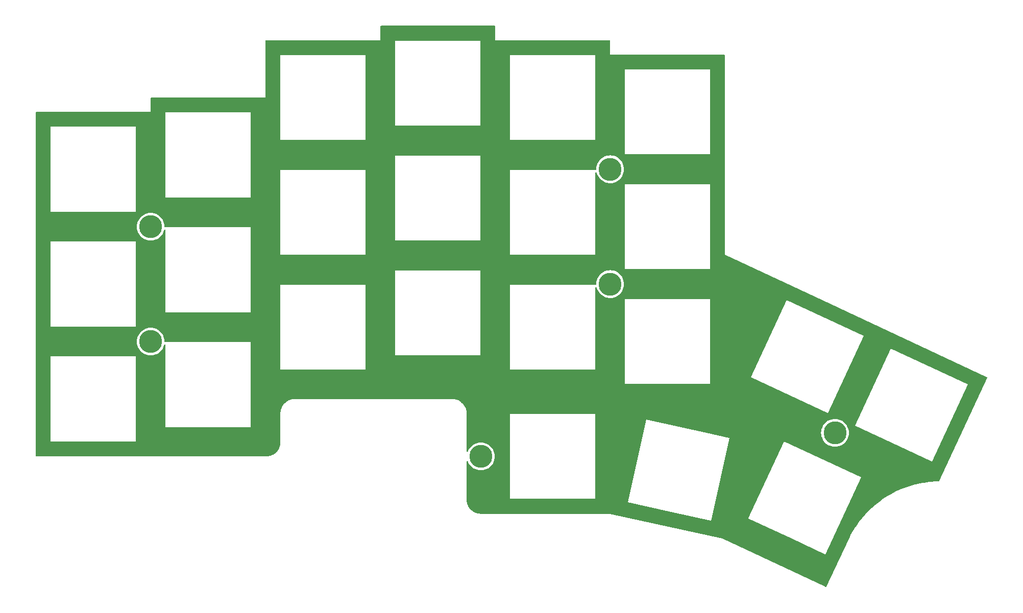
<source format=gbr>
%TF.GenerationSoftware,KiCad,Pcbnew,7.0.5*%
%TF.CreationDate,2024-03-19T14:27:57+08:00*%
%TF.ProjectId,J-50x,4a2d3530-782e-46b6-9963-61645f706362,rev?*%
%TF.SameCoordinates,Original*%
%TF.FileFunction,Copper,L1,Top*%
%TF.FilePolarity,Positive*%
%FSLAX46Y46*%
G04 Gerber Fmt 4.6, Leading zero omitted, Abs format (unit mm)*
G04 Created by KiCad (PCBNEW 7.0.5) date 2024-03-19 14:27:57*
%MOMM*%
%LPD*%
G01*
G04 APERTURE LIST*
%TA.AperFunction,ComponentPad*%
%ADD10C,3.800000*%
%TD*%
G04 APERTURE END LIST*
D10*
%TO.P,H15,1*%
%TO.N,N/C*%
X129770000Y-107945000D03*
%TD*%
%TO.P,H14,1*%
%TO.N,N/C*%
X129770000Y-88895000D03*
%TD*%
%TO.P,H13,1*%
%TO.N,N/C*%
X167066000Y-132611000D03*
%TD*%
%TO.P,H10,1*%
%TO.N,N/C*%
X53570000Y-117470000D03*
%TD*%
%TO.P,H9,1*%
%TO.N,N/C*%
X53570000Y-98420000D03*
%TD*%
%TO.P,H7,1*%
%TO.N,N/C*%
X108339000Y-136520000D03*
%TD*%
%TA.AperFunction,NonConductor*%
G36*
X110662539Y-65102185D02*
G01*
X110708294Y-65154989D01*
X110719500Y-65206500D01*
X110719500Y-67439467D01*
X110719416Y-67439889D01*
X110719459Y-67464001D01*
X110719544Y-67464206D01*
X110719616Y-67464382D01*
X110719618Y-67464384D01*
X110719808Y-67464462D01*
X110720000Y-67464541D01*
X110720002Y-67464539D01*
X110744616Y-67464524D01*
X110744616Y-67464528D01*
X110744760Y-67464500D01*
X129645500Y-67464500D01*
X129712539Y-67484185D01*
X129758294Y-67536989D01*
X129769500Y-67588500D01*
X129769500Y-69820467D01*
X129769416Y-69820889D01*
X129769459Y-69845001D01*
X129769544Y-69845206D01*
X129769616Y-69845382D01*
X129769618Y-69845384D01*
X129769808Y-69845462D01*
X129770000Y-69845541D01*
X129770002Y-69845539D01*
X129794616Y-69845524D01*
X129794616Y-69845528D01*
X129794760Y-69845500D01*
X148695500Y-69845500D01*
X148762539Y-69865185D01*
X148808294Y-69917989D01*
X148819500Y-69969500D01*
X148819500Y-103078568D01*
X148819464Y-103080113D01*
X148819531Y-103080298D01*
X148819673Y-103080439D01*
X148821112Y-103081069D01*
X164955764Y-110606440D01*
X192268279Y-123345282D01*
X192320715Y-123391459D01*
X192339861Y-123458654D01*
X192328241Y-123510079D01*
X184362998Y-140585971D01*
X184316819Y-140638404D01*
X184252089Y-140657543D01*
X183936205Y-140661281D01*
X183936169Y-140661282D01*
X183484396Y-140687821D01*
X183483014Y-140687887D01*
X183418802Y-140690222D01*
X183412240Y-140692060D01*
X183149078Y-140707520D01*
X182657415Y-140759570D01*
X182656160Y-140759690D01*
X182613956Y-140763292D01*
X182610058Y-140764584D01*
X182365031Y-140790524D01*
X182365023Y-140790525D01*
X182365014Y-140790526D01*
X182365002Y-140790527D01*
X182364978Y-140790531D01*
X181828880Y-140872799D01*
X181813519Y-140874869D01*
X181812278Y-140875347D01*
X181585679Y-140910120D01*
X180812823Y-141066034D01*
X180812788Y-141066042D01*
X180048083Y-141257936D01*
X180048060Y-141257942D01*
X179293125Y-141485412D01*
X178549684Y-141747938D01*
X177819324Y-142044961D01*
X177819305Y-142044969D01*
X177103641Y-142375831D01*
X177103600Y-142375851D01*
X176404240Y-142739807D01*
X175722632Y-143136102D01*
X175722614Y-143136113D01*
X175060281Y-143563866D01*
X175060274Y-143563871D01*
X174418681Y-144022136D01*
X173799232Y-144509909D01*
X173203264Y-145026139D01*
X173203222Y-145026178D01*
X172632103Y-145569675D01*
X172632102Y-145569676D01*
X172087003Y-146139327D01*
X171569114Y-146733892D01*
X171079661Y-147351965D01*
X171079614Y-147352027D01*
X170619632Y-147992289D01*
X170619597Y-147992339D01*
X170494710Y-148184550D01*
X170493936Y-148185213D01*
X170485593Y-148198584D01*
X170190036Y-148653469D01*
X170065590Y-148866159D01*
X170063278Y-148868337D01*
X170042150Y-148906194D01*
X170041524Y-148907289D01*
X169791861Y-149333986D01*
X169669527Y-149567483D01*
X169665851Y-149571287D01*
X169636562Y-149630370D01*
X169635932Y-149631606D01*
X169425962Y-150032374D01*
X169425942Y-150032414D01*
X169259573Y-150389730D01*
X169259574Y-150389731D01*
X169259547Y-150389789D01*
X169259351Y-150390211D01*
X169259307Y-150390305D01*
X165686192Y-158104990D01*
X165640155Y-158157549D01*
X165573011Y-158176875D01*
X165521261Y-158165255D01*
X165392047Y-158104990D01*
X161449478Y-156266186D01*
X148379941Y-150170588D01*
X148378052Y-150169501D01*
X148370193Y-150166032D01*
X148370009Y-150165989D01*
X148362664Y-150164164D01*
X148360179Y-150163823D01*
X137119756Y-147672751D01*
X129770814Y-146044098D01*
X129770812Y-146044098D01*
X129764113Y-146043947D01*
X129757752Y-146044500D01*
X108339878Y-146044500D01*
X108336133Y-146044387D01*
X108239002Y-146038511D01*
X108118394Y-146030606D01*
X108046582Y-146025899D01*
X108039456Y-146025015D01*
X107908607Y-146001036D01*
X107752034Y-145969892D01*
X107745679Y-145968275D01*
X107612940Y-145926911D01*
X107611456Y-145926428D01*
X107466894Y-145877356D01*
X107461375Y-145875183D01*
X107332199Y-145817046D01*
X107330222Y-145816114D01*
X107195625Y-145749738D01*
X107190970Y-145747190D01*
X107068665Y-145673253D01*
X107066294Y-145671746D01*
X106942531Y-145589049D01*
X106938738Y-145586303D01*
X106825745Y-145497779D01*
X106823102Y-145495587D01*
X106711573Y-145397779D01*
X106708612Y-145395005D01*
X106606993Y-145293386D01*
X106604219Y-145290425D01*
X106506411Y-145178896D01*
X106504219Y-145176253D01*
X106415695Y-145063260D01*
X106412949Y-145059467D01*
X106375361Y-145003213D01*
X106330238Y-144935682D01*
X106328745Y-144933333D01*
X106307562Y-144898292D01*
X106254801Y-144811015D01*
X106252260Y-144806373D01*
X106185884Y-144671776D01*
X106184952Y-144669799D01*
X106126815Y-144540623D01*
X106124647Y-144535118D01*
X106075553Y-144390492D01*
X106075087Y-144389058D01*
X106033717Y-144256298D01*
X106032111Y-144249984D01*
X106015036Y-144164146D01*
X132721829Y-144164146D01*
X132721900Y-144164551D01*
X132721901Y-144164553D01*
X132722241Y-144164790D01*
X132722242Y-144164789D01*
X132731769Y-144166861D01*
X139526668Y-145673253D01*
X146463811Y-147211180D01*
X146464316Y-147211403D01*
X146485787Y-147216100D01*
X146487775Y-147216630D01*
X146487971Y-147216595D01*
X146488014Y-147216587D01*
X146488015Y-147216588D01*
X146488119Y-147216569D01*
X146488120Y-147216570D01*
X146488423Y-147216517D01*
X146488660Y-147216177D01*
X146488659Y-147216175D01*
X146491306Y-147204050D01*
X146577013Y-146817453D01*
X146578111Y-146812501D01*
X152663961Y-146812501D01*
X152663962Y-146812503D01*
X152664242Y-146812808D01*
X152664243Y-146812808D01*
X152674267Y-146817436D01*
X159855467Y-150166086D01*
X165420999Y-152761337D01*
X165421667Y-152761825D01*
X165423200Y-152762530D01*
X165424528Y-152763454D01*
X165440956Y-152770702D01*
X165443180Y-152771725D01*
X165443181Y-152771725D01*
X165443182Y-152771726D01*
X165443231Y-152771727D01*
X165443288Y-152771730D01*
X165443289Y-152771731D01*
X165443596Y-152771745D01*
X165443822Y-152771537D01*
X165443822Y-152771536D01*
X165443901Y-152771464D01*
X165443901Y-152771462D01*
X165453527Y-152750721D01*
X171396812Y-140005309D01*
X171402816Y-139992526D01*
X171402819Y-139992524D01*
X171402838Y-139992111D01*
X171402630Y-139991885D01*
X171402629Y-139991884D01*
X171402557Y-139991806D01*
X171402556Y-139991805D01*
X171380442Y-139981501D01*
X171380273Y-139981459D01*
X158645859Y-134043303D01*
X158645713Y-134043196D01*
X158623616Y-134032887D01*
X158623453Y-134032879D01*
X158623205Y-134032868D01*
X158623203Y-134032869D01*
X158622898Y-134033149D01*
X158612617Y-134055147D01*
X158612541Y-134055458D01*
X152674196Y-146790276D01*
X152673817Y-146790798D01*
X152663980Y-146812088D01*
X152663962Y-146812488D01*
X152663961Y-146812501D01*
X146578111Y-146812501D01*
X149538325Y-133459834D01*
X149540456Y-133450405D01*
X149540458Y-133450403D01*
X149540387Y-133449995D01*
X149540386Y-133449994D01*
X149540386Y-133449993D01*
X149540383Y-133449989D01*
X149540048Y-133449758D01*
X149516335Y-133444531D01*
X149516339Y-133444510D01*
X149516161Y-133444503D01*
X145756471Y-132611000D01*
X164760564Y-132611000D01*
X164780287Y-132911918D01*
X164780288Y-132911930D01*
X164839118Y-133207683D01*
X164839122Y-133207698D01*
X164936053Y-133493247D01*
X164936062Y-133493268D01*
X165069431Y-133763713D01*
X165069435Y-133763720D01*
X165236973Y-134014459D01*
X165435810Y-134241189D01*
X165662540Y-134440026D01*
X165913279Y-134607564D01*
X165913286Y-134607568D01*
X166183731Y-134740937D01*
X166183736Y-134740939D01*
X166183748Y-134740945D01*
X166469309Y-134837880D01*
X166669251Y-134877651D01*
X166765069Y-134896711D01*
X166765070Y-134896711D01*
X166765080Y-134896713D01*
X167066000Y-134916436D01*
X167366920Y-134896713D01*
X167662691Y-134837880D01*
X167948252Y-134740945D01*
X168218718Y-134607566D01*
X168469461Y-134440025D01*
X168696189Y-134241189D01*
X168895025Y-134014461D01*
X169062566Y-133763718D01*
X169195945Y-133493252D01*
X169292880Y-133207691D01*
X169351713Y-132911920D01*
X169371436Y-132611000D01*
X169351713Y-132310080D01*
X169292880Y-132014309D01*
X169195945Y-131728748D01*
X169164275Y-131664528D01*
X169062568Y-131458286D01*
X169062564Y-131458279D01*
X169033508Y-131414794D01*
X170353868Y-131414794D01*
X170353869Y-131414796D01*
X170354149Y-131415101D01*
X170354150Y-131415101D01*
X170364174Y-131419729D01*
X177694422Y-134837881D01*
X183110906Y-137363630D01*
X183111574Y-137364118D01*
X183113107Y-137364823D01*
X183114435Y-137365747D01*
X183130863Y-137372995D01*
X183133087Y-137374018D01*
X183133088Y-137374018D01*
X183133089Y-137374019D01*
X183133138Y-137374020D01*
X183133195Y-137374023D01*
X183133196Y-137374024D01*
X183133503Y-137374038D01*
X183133729Y-137373830D01*
X183133729Y-137373829D01*
X183133808Y-137373757D01*
X183133808Y-137373755D01*
X183143434Y-137353014D01*
X189086719Y-124607602D01*
X189092723Y-124594819D01*
X189092726Y-124594817D01*
X189092745Y-124594404D01*
X189092537Y-124594178D01*
X189092536Y-124594177D01*
X189092464Y-124594099D01*
X189092463Y-124594098D01*
X189070349Y-124583794D01*
X189070180Y-124583752D01*
X176335766Y-118645596D01*
X176335620Y-118645489D01*
X176313523Y-118635180D01*
X176313360Y-118635172D01*
X176313112Y-118635161D01*
X176313110Y-118635162D01*
X176312805Y-118635442D01*
X176302524Y-118657440D01*
X176302448Y-118657751D01*
X170364103Y-131392569D01*
X170363724Y-131393091D01*
X170353887Y-131414381D01*
X170353869Y-131414781D01*
X170353868Y-131414794D01*
X169033508Y-131414794D01*
X168895026Y-131207540D01*
X168696189Y-130980810D01*
X168469459Y-130781973D01*
X168218720Y-130614435D01*
X168218713Y-130614431D01*
X167948268Y-130481062D01*
X167948247Y-130481053D01*
X167662698Y-130384122D01*
X167662692Y-130384120D01*
X167662691Y-130384120D01*
X167662689Y-130384119D01*
X167662683Y-130384118D01*
X167366930Y-130325288D01*
X167366921Y-130325287D01*
X167366920Y-130325287D01*
X167066000Y-130305564D01*
X166765080Y-130325287D01*
X166765079Y-130325287D01*
X166765069Y-130325288D01*
X166469316Y-130384118D01*
X166469301Y-130384122D01*
X166183752Y-130481053D01*
X166183731Y-130481062D01*
X165913286Y-130614431D01*
X165913279Y-130614435D01*
X165662540Y-130781973D01*
X165435810Y-130980810D01*
X165236973Y-131207540D01*
X165069435Y-131458279D01*
X165069431Y-131458286D01*
X164936062Y-131728731D01*
X164936053Y-131728752D01*
X164839122Y-132014301D01*
X164839118Y-132014316D01*
X164780288Y-132310069D01*
X164780287Y-132310081D01*
X164760564Y-132611000D01*
X145756471Y-132611000D01*
X135798332Y-130403334D01*
X135798149Y-130403261D01*
X135798143Y-130403290D01*
X135774272Y-130397959D01*
X135774232Y-130397966D01*
X135773866Y-130398030D01*
X135773864Y-130398031D01*
X135773627Y-130398372D01*
X135768357Y-130422085D01*
X135768351Y-130422356D01*
X132727129Y-144140425D01*
X132726947Y-144140842D01*
X132721829Y-144164146D01*
X106015036Y-144164146D01*
X106000968Y-144093424D01*
X105976981Y-143962533D01*
X105976102Y-143955441D01*
X105963493Y-143763081D01*
X105957611Y-143665835D01*
X105957499Y-143662156D01*
X105957498Y-143545889D01*
X113194416Y-143545889D01*
X113194459Y-143570001D01*
X113194544Y-143570206D01*
X113194616Y-143570382D01*
X113194618Y-143570384D01*
X113194808Y-143570462D01*
X113195000Y-143570541D01*
X113195002Y-143570539D01*
X113219616Y-143570524D01*
X113219616Y-143570528D01*
X113219760Y-143570500D01*
X127270240Y-143570500D01*
X127270383Y-143570528D01*
X127270384Y-143570524D01*
X127294997Y-143570539D01*
X127295000Y-143570541D01*
X127295383Y-143570383D01*
X127295500Y-143570099D01*
X127295541Y-143570000D01*
X127295540Y-143569997D01*
X127295583Y-143545889D01*
X127295500Y-143545467D01*
X127295500Y-129494759D01*
X127295528Y-129494616D01*
X127295524Y-129494616D01*
X127295539Y-129470002D01*
X127295541Y-129470000D01*
X127295462Y-129469808D01*
X127295384Y-129469618D01*
X127295383Y-129469617D01*
X127295381Y-129469616D01*
X127295090Y-129469496D01*
X127295001Y-129469459D01*
X127270446Y-129469459D01*
X127270240Y-129469500D01*
X113219760Y-129469500D01*
X113219554Y-129469459D01*
X113194998Y-129469459D01*
X113194909Y-129469496D01*
X113194619Y-129469615D01*
X113194615Y-129469618D01*
X113194459Y-129469999D01*
X113194476Y-129494616D01*
X113194471Y-129494616D01*
X113194500Y-129494759D01*
X113194500Y-143545467D01*
X113194416Y-143545889D01*
X105957498Y-143545889D01*
X105957458Y-137412126D01*
X105977142Y-137345089D01*
X106029946Y-137299334D01*
X106099104Y-137289390D01*
X106162660Y-137318415D01*
X106198876Y-137372267D01*
X106209055Y-137402252D01*
X106209058Y-137402259D01*
X106209062Y-137402268D01*
X106342431Y-137672713D01*
X106342435Y-137672720D01*
X106509973Y-137923459D01*
X106708810Y-138150189D01*
X106935540Y-138349026D01*
X107186279Y-138516564D01*
X107186286Y-138516568D01*
X107456731Y-138649937D01*
X107456736Y-138649939D01*
X107456748Y-138649945D01*
X107742309Y-138746880D01*
X107942251Y-138786651D01*
X108038069Y-138805711D01*
X108038070Y-138805711D01*
X108038080Y-138805713D01*
X108339000Y-138825436D01*
X108639920Y-138805713D01*
X108935691Y-138746880D01*
X109221252Y-138649945D01*
X109491718Y-138516566D01*
X109742461Y-138349025D01*
X109969189Y-138150189D01*
X110168025Y-137923461D01*
X110335566Y-137672718D01*
X110468945Y-137402252D01*
X110565880Y-137116691D01*
X110624713Y-136820920D01*
X110644436Y-136520000D01*
X110624713Y-136219080D01*
X110565880Y-135923309D01*
X110468945Y-135637748D01*
X110464091Y-135627906D01*
X110335568Y-135367286D01*
X110335564Y-135367279D01*
X110168026Y-135116540D01*
X109969189Y-134889810D01*
X109742459Y-134690973D01*
X109491720Y-134523435D01*
X109491713Y-134523431D01*
X109221268Y-134390062D01*
X109221247Y-134390053D01*
X108935698Y-134293122D01*
X108935692Y-134293120D01*
X108935691Y-134293120D01*
X108935689Y-134293119D01*
X108935683Y-134293118D01*
X108639930Y-134234288D01*
X108639921Y-134234287D01*
X108639920Y-134234287D01*
X108339000Y-134214564D01*
X108338999Y-134214564D01*
X108188540Y-134224425D01*
X108038080Y-134234287D01*
X108038079Y-134234287D01*
X108038069Y-134234288D01*
X107742316Y-134293118D01*
X107742301Y-134293122D01*
X107456752Y-134390053D01*
X107456731Y-134390062D01*
X107186286Y-134523431D01*
X107186279Y-134523435D01*
X106935540Y-134690973D01*
X106708810Y-134889810D01*
X106509973Y-135116540D01*
X106342435Y-135367279D01*
X106342431Y-135367286D01*
X106209062Y-135637731D01*
X106209055Y-135637748D01*
X106203574Y-135653896D01*
X106198866Y-135667765D01*
X106158676Y-135724919D01*
X106093967Y-135751271D01*
X106025282Y-135738456D01*
X105974430Y-135690542D01*
X105957447Y-135627906D01*
X105957447Y-135610401D01*
X105957406Y-129428054D01*
X105957437Y-129427947D01*
X105957437Y-129397874D01*
X105958138Y-129395485D01*
X105957570Y-129386804D01*
X105957437Y-129382753D01*
X105957435Y-129232614D01*
X105957435Y-129232610D01*
X105957435Y-129232608D01*
X105936035Y-129056392D01*
X105935718Y-129052989D01*
X105930751Y-128977101D01*
X105924093Y-128958049D01*
X105922703Y-128946600D01*
X105871891Y-128740460D01*
X105871286Y-128737739D01*
X105859285Y-128677409D01*
X105855711Y-128670186D01*
X105854868Y-128670449D01*
X105853753Y-128666874D01*
X105853752Y-128666871D01*
X105853750Y-128666863D01*
X105761591Y-128423868D01*
X105760855Y-128421819D01*
X105753560Y-128400330D01*
X105751956Y-128398190D01*
X105751582Y-128397477D01*
X105617689Y-128142370D01*
X105617685Y-128142365D01*
X105617684Y-128142362D01*
X105615752Y-128139165D01*
X105615835Y-128139114D01*
X105613555Y-128135233D01*
X105610758Y-128132329D01*
X105483466Y-127947919D01*
X105483414Y-127947761D01*
X105482924Y-127947132D01*
X105454028Y-127905271D01*
X105454022Y-127905262D01*
X105441403Y-127891018D01*
X105438693Y-127887505D01*
X105437266Y-127886349D01*
X105288480Y-127718407D01*
X105288183Y-127717775D01*
X105285966Y-127715568D01*
X105262968Y-127689610D01*
X105237014Y-127666617D01*
X105235059Y-127664652D01*
X105234170Y-127664098D01*
X105155986Y-127594833D01*
X105066232Y-127515318D01*
X105065582Y-127514282D01*
X105061559Y-127511179D01*
X105047314Y-127498559D01*
X105005446Y-127469660D01*
X105004873Y-127469213D01*
X105004648Y-127469109D01*
X104820276Y-127341848D01*
X104820237Y-127341821D01*
X104818551Y-127339741D01*
X104813456Y-127336748D01*
X104813407Y-127336831D01*
X104810210Y-127334898D01*
X104750154Y-127303379D01*
X104750143Y-127303372D01*
X104586452Y-127217462D01*
X104555095Y-127201005D01*
X104555093Y-127201004D01*
X104554380Y-127200630D01*
X104552983Y-127199278D01*
X104530757Y-127191734D01*
X104528713Y-127190999D01*
X104422868Y-127150858D01*
X104285712Y-127098841D01*
X104282134Y-127097727D01*
X104282499Y-127096554D01*
X104277831Y-127093836D01*
X104214820Y-127081302D01*
X104212079Y-127080692D01*
X104095317Y-127051913D01*
X104005970Y-127029891D01*
X103994501Y-127028498D01*
X103979705Y-127022129D01*
X103899600Y-127016879D01*
X103896182Y-127016560D01*
X103719964Y-126995163D01*
X103719961Y-126995163D01*
X103576005Y-126995163D01*
X103570319Y-126995163D01*
X103566263Y-126995030D01*
X103561326Y-126994706D01*
X103558851Y-126995163D01*
X77488156Y-126995163D01*
X77487326Y-126994919D01*
X77485642Y-126995030D01*
X77481579Y-126995163D01*
X77463962Y-126995163D01*
X77463584Y-126995200D01*
X77331943Y-126995200D01*
X77155716Y-127016597D01*
X77152305Y-127016916D01*
X77076393Y-127021900D01*
X77057417Y-127028533D01*
X77045942Y-127029926D01*
X77045937Y-127029927D01*
X76839851Y-127080722D01*
X76837110Y-127081332D01*
X76776806Y-127093327D01*
X76769523Y-127096934D01*
X76769781Y-127097761D01*
X76766196Y-127098877D01*
X76523226Y-127191022D01*
X76521172Y-127191761D01*
X76499677Y-127199057D01*
X76497540Y-127200660D01*
X76301763Y-127303410D01*
X76301754Y-127303416D01*
X76241711Y-127334928D01*
X76238515Y-127336861D01*
X76238464Y-127336777D01*
X76234583Y-127339057D01*
X76231687Y-127341848D01*
X76047267Y-127469142D01*
X76047112Y-127469193D01*
X76046468Y-127469695D01*
X76004608Y-127498588D01*
X75990377Y-127511195D01*
X75986856Y-127513910D01*
X75985699Y-127515340D01*
X75817755Y-127664124D01*
X75817120Y-127664422D01*
X75814904Y-127666650D01*
X75788958Y-127689635D01*
X75765978Y-127715574D01*
X75764008Y-127717534D01*
X75763452Y-127718425D01*
X75692867Y-127798099D01*
X75614671Y-127886363D01*
X75613628Y-127887017D01*
X75610513Y-127891055D01*
X75597909Y-127905282D01*
X75597899Y-127905295D01*
X75569008Y-127947152D01*
X75568562Y-127947723D01*
X75568459Y-127947947D01*
X75441172Y-128132348D01*
X75439092Y-128134032D01*
X75436102Y-128139123D01*
X75436186Y-128139174D01*
X75434245Y-128142385D01*
X75402736Y-128202418D01*
X75402729Y-128202428D01*
X75299977Y-128398204D01*
X75298624Y-128399602D01*
X75291070Y-128421853D01*
X75290332Y-128423909D01*
X75198181Y-128666883D01*
X75197067Y-128670459D01*
X75195898Y-128670094D01*
X75193179Y-128674762D01*
X75180650Y-128737741D01*
X75180040Y-128740482D01*
X75129231Y-128946613D01*
X75127839Y-128958079D01*
X75121470Y-128972874D01*
X75116218Y-129052990D01*
X75115899Y-129056408D01*
X75094501Y-129232615D01*
X75094500Y-129376564D01*
X75094500Y-129382236D01*
X75094367Y-129386293D01*
X75094043Y-129391232D01*
X75094500Y-129393701D01*
X75094500Y-134137121D01*
X75094387Y-134140866D01*
X75088509Y-134238021D01*
X75084898Y-134293122D01*
X75075899Y-134430416D01*
X75075015Y-134437542D01*
X75051036Y-134568391D01*
X75019892Y-134724964D01*
X75018275Y-134731319D01*
X74976911Y-134864058D01*
X74976428Y-134865542D01*
X74927356Y-135010104D01*
X74925183Y-135015623D01*
X74867046Y-135144799D01*
X74866114Y-135146776D01*
X74799738Y-135281373D01*
X74797190Y-135286028D01*
X74723253Y-135408333D01*
X74721746Y-135410704D01*
X74639049Y-135534467D01*
X74636303Y-135538260D01*
X74547779Y-135651253D01*
X74545587Y-135653896D01*
X74447779Y-135765425D01*
X74445005Y-135768386D01*
X74343386Y-135870005D01*
X74340425Y-135872779D01*
X74228896Y-135970587D01*
X74226253Y-135972779D01*
X74113260Y-136061303D01*
X74109467Y-136064049D01*
X73985704Y-136146746D01*
X73983333Y-136148253D01*
X73861028Y-136222190D01*
X73856373Y-136224738D01*
X73721776Y-136291114D01*
X73719799Y-136292046D01*
X73590623Y-136350183D01*
X73585104Y-136352356D01*
X73440542Y-136401428D01*
X73439058Y-136401911D01*
X73306319Y-136443275D01*
X73299964Y-136444892D01*
X73143391Y-136476036D01*
X73012542Y-136500015D01*
X73005416Y-136500899D01*
X72897671Y-136507961D01*
X72813021Y-136513509D01*
X72715867Y-136519387D01*
X72712122Y-136519500D01*
X34644500Y-136519500D01*
X34577461Y-136499815D01*
X34531706Y-136447011D01*
X34520500Y-136395500D01*
X34520500Y-134020889D01*
X36994416Y-134020889D01*
X36994459Y-134045001D01*
X36994544Y-134045206D01*
X36994616Y-134045382D01*
X36994618Y-134045384D01*
X36994808Y-134045462D01*
X36995000Y-134045541D01*
X36995002Y-134045539D01*
X37019616Y-134045524D01*
X37019616Y-134045528D01*
X37019760Y-134045500D01*
X51070240Y-134045500D01*
X51070383Y-134045528D01*
X51070384Y-134045524D01*
X51094997Y-134045539D01*
X51095000Y-134045541D01*
X51095383Y-134045383D01*
X51095500Y-134045099D01*
X51095541Y-134045000D01*
X51095540Y-134044997D01*
X51095583Y-134020889D01*
X51095500Y-134020467D01*
X51095500Y-119969759D01*
X51095528Y-119969616D01*
X51095524Y-119969616D01*
X51095539Y-119945002D01*
X51095541Y-119945000D01*
X51095462Y-119944808D01*
X51095384Y-119944618D01*
X51095383Y-119944617D01*
X51095381Y-119944616D01*
X51095090Y-119944496D01*
X51095001Y-119944459D01*
X51070446Y-119944459D01*
X51070240Y-119944500D01*
X37019760Y-119944500D01*
X37019554Y-119944459D01*
X36994998Y-119944459D01*
X36994909Y-119944496D01*
X36994619Y-119944615D01*
X36994615Y-119944618D01*
X36994459Y-119944999D01*
X36994476Y-119969616D01*
X36994471Y-119969616D01*
X36994500Y-119969759D01*
X36994500Y-134020467D01*
X36994416Y-134020889D01*
X34520500Y-134020889D01*
X34520500Y-117470000D01*
X51264564Y-117470000D01*
X51271158Y-117570614D01*
X51284287Y-117770918D01*
X51284288Y-117770930D01*
X51343118Y-118066683D01*
X51343122Y-118066698D01*
X51440053Y-118352247D01*
X51440062Y-118352268D01*
X51573431Y-118622713D01*
X51573435Y-118622720D01*
X51740973Y-118873459D01*
X51939810Y-119100189D01*
X52166540Y-119299026D01*
X52417279Y-119466564D01*
X52417286Y-119466568D01*
X52687731Y-119599937D01*
X52687736Y-119599939D01*
X52687748Y-119599945D01*
X52973309Y-119696880D01*
X53154337Y-119732889D01*
X53269069Y-119755711D01*
X53269070Y-119755711D01*
X53269080Y-119755713D01*
X53570000Y-119775436D01*
X53870920Y-119755713D01*
X54166691Y-119696880D01*
X54452252Y-119599945D01*
X54722718Y-119466566D01*
X54973461Y-119299025D01*
X55200189Y-119100189D01*
X55399025Y-118873461D01*
X55566566Y-118622718D01*
X55699945Y-118352252D01*
X55796880Y-118066691D01*
X55798883Y-118056619D01*
X55831267Y-117994710D01*
X55891982Y-117960136D01*
X55961752Y-117963875D01*
X56018424Y-118004741D01*
X56044006Y-118069759D01*
X56044500Y-118080812D01*
X56044500Y-131639467D01*
X56044416Y-131639889D01*
X56044459Y-131664001D01*
X56044544Y-131664206D01*
X56044616Y-131664382D01*
X56044618Y-131664384D01*
X56044808Y-131664462D01*
X56045000Y-131664541D01*
X56045002Y-131664539D01*
X56069616Y-131664524D01*
X56069616Y-131664528D01*
X56069760Y-131664500D01*
X70120240Y-131664500D01*
X70120383Y-131664528D01*
X70120384Y-131664524D01*
X70144997Y-131664539D01*
X70145000Y-131664541D01*
X70145383Y-131664383D01*
X70145500Y-131664099D01*
X70145541Y-131664000D01*
X70145540Y-131663997D01*
X70145583Y-131639889D01*
X70145500Y-131639467D01*
X70145500Y-124495889D01*
X132244416Y-124495889D01*
X132244459Y-124520001D01*
X132244544Y-124520206D01*
X132244616Y-124520382D01*
X132244618Y-124520384D01*
X132244808Y-124520462D01*
X132245000Y-124520541D01*
X132245002Y-124520539D01*
X132269616Y-124520524D01*
X132269616Y-124520528D01*
X132269760Y-124520500D01*
X146320240Y-124520500D01*
X146320383Y-124520528D01*
X146320384Y-124520524D01*
X146344997Y-124520539D01*
X146345000Y-124520541D01*
X146345383Y-124520383D01*
X146345500Y-124520099D01*
X146345541Y-124520000D01*
X146345540Y-124519997D01*
X146345583Y-124495889D01*
X146345500Y-124495467D01*
X146345500Y-123363794D01*
X153088868Y-123363794D01*
X153088869Y-123363796D01*
X153089149Y-123364101D01*
X153089150Y-123364101D01*
X153099174Y-123368729D01*
X161988540Y-127513910D01*
X165845906Y-129312630D01*
X165846574Y-129313118D01*
X165848107Y-129313823D01*
X165849435Y-129314747D01*
X165865863Y-129321995D01*
X165868087Y-129323018D01*
X165868088Y-129323018D01*
X165868089Y-129323019D01*
X165868138Y-129323020D01*
X165868195Y-129323023D01*
X165868196Y-129323024D01*
X165868503Y-129323038D01*
X165868729Y-129322830D01*
X165868729Y-129322829D01*
X165868808Y-129322757D01*
X165868808Y-129322755D01*
X165878434Y-129302014D01*
X171821719Y-116556602D01*
X171827723Y-116543819D01*
X171827726Y-116543817D01*
X171827745Y-116543404D01*
X171827537Y-116543178D01*
X171827536Y-116543177D01*
X171827464Y-116543099D01*
X171827463Y-116543098D01*
X171805349Y-116532794D01*
X171805180Y-116532752D01*
X159070766Y-110594596D01*
X159070620Y-110594489D01*
X159048523Y-110584180D01*
X159048360Y-110584172D01*
X159048112Y-110584161D01*
X159048110Y-110584162D01*
X159047805Y-110584442D01*
X159037524Y-110606440D01*
X159037448Y-110606751D01*
X153099103Y-123341569D01*
X153098724Y-123342091D01*
X153088887Y-123363381D01*
X153088869Y-123363781D01*
X153088868Y-123363794D01*
X146345500Y-123363794D01*
X146345500Y-110444759D01*
X146345528Y-110444616D01*
X146345524Y-110444616D01*
X146345539Y-110420002D01*
X146345541Y-110420000D01*
X146345462Y-110419808D01*
X146345384Y-110419618D01*
X146345383Y-110419617D01*
X146345381Y-110419616D01*
X146345090Y-110419496D01*
X146345001Y-110419459D01*
X146320446Y-110419459D01*
X146320240Y-110419500D01*
X132269760Y-110419500D01*
X132269554Y-110419459D01*
X132244998Y-110419459D01*
X132244909Y-110419496D01*
X132244619Y-110419615D01*
X132244615Y-110419618D01*
X132244459Y-110419999D01*
X132244476Y-110444616D01*
X132244471Y-110444616D01*
X132244500Y-110444759D01*
X132244500Y-124495467D01*
X132244416Y-124495889D01*
X70145500Y-124495889D01*
X70145500Y-122114889D01*
X75094416Y-122114889D01*
X75094459Y-122139001D01*
X75094544Y-122139206D01*
X75094616Y-122139382D01*
X75094618Y-122139384D01*
X75094808Y-122139462D01*
X75095000Y-122139541D01*
X75095002Y-122139539D01*
X75119616Y-122139524D01*
X75119616Y-122139528D01*
X75119760Y-122139500D01*
X89170240Y-122139500D01*
X89170383Y-122139528D01*
X89170384Y-122139524D01*
X89194997Y-122139539D01*
X89195000Y-122139541D01*
X89195383Y-122139383D01*
X89195500Y-122139099D01*
X89195541Y-122139000D01*
X89195540Y-122138997D01*
X89195583Y-122114889D01*
X113194416Y-122114889D01*
X113194459Y-122139001D01*
X113194544Y-122139206D01*
X113194616Y-122139382D01*
X113194618Y-122139384D01*
X113194808Y-122139462D01*
X113195000Y-122139541D01*
X113195002Y-122139539D01*
X113219616Y-122139524D01*
X113219616Y-122139528D01*
X113219760Y-122139500D01*
X127270240Y-122139500D01*
X127270383Y-122139528D01*
X127270384Y-122139524D01*
X127294997Y-122139539D01*
X127295000Y-122139541D01*
X127295383Y-122139383D01*
X127295500Y-122139099D01*
X127295541Y-122139000D01*
X127295540Y-122138997D01*
X127295583Y-122114889D01*
X127295500Y-122114467D01*
X127295500Y-108555812D01*
X127315185Y-108488773D01*
X127367989Y-108443018D01*
X127437147Y-108433074D01*
X127500703Y-108462099D01*
X127538477Y-108520877D01*
X127541113Y-108531603D01*
X127543120Y-108541691D01*
X127543121Y-108541695D01*
X127543122Y-108541698D01*
X127640053Y-108827247D01*
X127640062Y-108827268D01*
X127773431Y-109097713D01*
X127773435Y-109097720D01*
X127940973Y-109348459D01*
X128139810Y-109575189D01*
X128366540Y-109774026D01*
X128617279Y-109941564D01*
X128617286Y-109941568D01*
X128887731Y-110074937D01*
X128887736Y-110074939D01*
X128887748Y-110074945D01*
X129173309Y-110171880D01*
X129373251Y-110211651D01*
X129469069Y-110230711D01*
X129469070Y-110230711D01*
X129469080Y-110230713D01*
X129770000Y-110250436D01*
X130070920Y-110230713D01*
X130366691Y-110171880D01*
X130652252Y-110074945D01*
X130922718Y-109941566D01*
X131173461Y-109774025D01*
X131400189Y-109575189D01*
X131599025Y-109348461D01*
X131766566Y-109097718D01*
X131899945Y-108827252D01*
X131996880Y-108541691D01*
X132055713Y-108245920D01*
X132075436Y-107945000D01*
X132055713Y-107644080D01*
X131996880Y-107348309D01*
X131899945Y-107062748D01*
X131766566Y-106792282D01*
X131599025Y-106541539D01*
X131400189Y-106314810D01*
X131173459Y-106115973D01*
X130922720Y-105948435D01*
X130922713Y-105948431D01*
X130652268Y-105815062D01*
X130652247Y-105815053D01*
X130366698Y-105718122D01*
X130366692Y-105718120D01*
X130366691Y-105718120D01*
X130366689Y-105718119D01*
X130366683Y-105718118D01*
X130070930Y-105659288D01*
X130070921Y-105659287D01*
X130070920Y-105659287D01*
X129770000Y-105639564D01*
X129769999Y-105639564D01*
X129619539Y-105649425D01*
X129469080Y-105659287D01*
X129469079Y-105659287D01*
X129469069Y-105659288D01*
X129173316Y-105718118D01*
X129173301Y-105718122D01*
X128887752Y-105815053D01*
X128887731Y-105815062D01*
X128617286Y-105948431D01*
X128617279Y-105948435D01*
X128366540Y-106115973D01*
X128139810Y-106314810D01*
X127940973Y-106541540D01*
X127773435Y-106792279D01*
X127773431Y-106792286D01*
X127640062Y-107062731D01*
X127640053Y-107062752D01*
X127543122Y-107348301D01*
X127543118Y-107348316D01*
X127484288Y-107644069D01*
X127484287Y-107644081D01*
X127465436Y-107931696D01*
X127441408Y-107997305D01*
X127385725Y-108039508D01*
X127316064Y-108044907D01*
X127295252Y-108038459D01*
X127270446Y-108038459D01*
X127270240Y-108038500D01*
X113219760Y-108038500D01*
X113219554Y-108038459D01*
X113194998Y-108038459D01*
X113194909Y-108038496D01*
X113194619Y-108038615D01*
X113194615Y-108038618D01*
X113194459Y-108038999D01*
X113194476Y-108063616D01*
X113194471Y-108063616D01*
X113194500Y-108063759D01*
X113194500Y-122114467D01*
X113194416Y-122114889D01*
X89195583Y-122114889D01*
X89195500Y-122114467D01*
X89195500Y-119732889D01*
X94144416Y-119732889D01*
X94144459Y-119757001D01*
X94144544Y-119757206D01*
X94144616Y-119757382D01*
X94144618Y-119757384D01*
X94144808Y-119757462D01*
X94145000Y-119757541D01*
X94145002Y-119757539D01*
X94169616Y-119757524D01*
X94169616Y-119757528D01*
X94169760Y-119757500D01*
X108220240Y-119757500D01*
X108220383Y-119757528D01*
X108220384Y-119757524D01*
X108244997Y-119757539D01*
X108245000Y-119757541D01*
X108245383Y-119757383D01*
X108245500Y-119757099D01*
X108245541Y-119757000D01*
X108245540Y-119756997D01*
X108245583Y-119732889D01*
X108245500Y-119732467D01*
X108245500Y-105681759D01*
X108245528Y-105681616D01*
X108245524Y-105681616D01*
X108245539Y-105657002D01*
X108245541Y-105657000D01*
X108245462Y-105656808D01*
X108245384Y-105656618D01*
X108245383Y-105656617D01*
X108245381Y-105656616D01*
X108245090Y-105656496D01*
X108245001Y-105656459D01*
X108220446Y-105656459D01*
X108220240Y-105656500D01*
X94169760Y-105656500D01*
X94169554Y-105656459D01*
X94144998Y-105656459D01*
X94144909Y-105656496D01*
X94144619Y-105656615D01*
X94144615Y-105656618D01*
X94144459Y-105656999D01*
X94144476Y-105681616D01*
X94144471Y-105681616D01*
X94144500Y-105681759D01*
X94144500Y-119732467D01*
X94144416Y-119732889D01*
X89195500Y-119732889D01*
X89195500Y-108063759D01*
X89195528Y-108063616D01*
X89195524Y-108063616D01*
X89195539Y-108039002D01*
X89195541Y-108039000D01*
X89195462Y-108038808D01*
X89195384Y-108038618D01*
X89195383Y-108038617D01*
X89195381Y-108038616D01*
X89195090Y-108038496D01*
X89195001Y-108038459D01*
X89170446Y-108038459D01*
X89170240Y-108038500D01*
X75119760Y-108038500D01*
X75119554Y-108038459D01*
X75094998Y-108038459D01*
X75094909Y-108038496D01*
X75094619Y-108038615D01*
X75094615Y-108038618D01*
X75094459Y-108038999D01*
X75094476Y-108063616D01*
X75094471Y-108063616D01*
X75094500Y-108063759D01*
X75094500Y-122114467D01*
X75094416Y-122114889D01*
X70145500Y-122114889D01*
X70145500Y-117588759D01*
X70145528Y-117588616D01*
X70145524Y-117588616D01*
X70145539Y-117564002D01*
X70145541Y-117564000D01*
X70145462Y-117563808D01*
X70145384Y-117563618D01*
X70145383Y-117563617D01*
X70145381Y-117563616D01*
X70145090Y-117563496D01*
X70145001Y-117563459D01*
X70120446Y-117563459D01*
X70120240Y-117563500D01*
X56069760Y-117563500D01*
X56069554Y-117563459D01*
X56042881Y-117563459D01*
X55976269Y-117570614D01*
X55913793Y-117539332D01*
X55878147Y-117479240D01*
X55874564Y-117456706D01*
X55855713Y-117169080D01*
X55796880Y-116873309D01*
X55699945Y-116587748D01*
X55684677Y-116556788D01*
X55566568Y-116317286D01*
X55566564Y-116317279D01*
X55399026Y-116066540D01*
X55200189Y-115839810D01*
X54973459Y-115640973D01*
X54722720Y-115473435D01*
X54722713Y-115473431D01*
X54452268Y-115340062D01*
X54452247Y-115340053D01*
X54166698Y-115243122D01*
X54166692Y-115243120D01*
X54166691Y-115243120D01*
X54166689Y-115243119D01*
X54166683Y-115243118D01*
X53870930Y-115184288D01*
X53870921Y-115184287D01*
X53870920Y-115184287D01*
X53570000Y-115164564D01*
X53269080Y-115184287D01*
X53269079Y-115184287D01*
X53269069Y-115184288D01*
X52973316Y-115243118D01*
X52973301Y-115243122D01*
X52687752Y-115340053D01*
X52687731Y-115340062D01*
X52417286Y-115473431D01*
X52417279Y-115473435D01*
X52166540Y-115640973D01*
X51939810Y-115839810D01*
X51740973Y-116066540D01*
X51573435Y-116317279D01*
X51573431Y-116317286D01*
X51440062Y-116587731D01*
X51440053Y-116587752D01*
X51343122Y-116873301D01*
X51343118Y-116873316D01*
X51284288Y-117169069D01*
X51284287Y-117169079D01*
X51284287Y-117169080D01*
X51264564Y-117470000D01*
X34520500Y-117470000D01*
X34520500Y-114970889D01*
X36994416Y-114970889D01*
X36994459Y-114995001D01*
X36994544Y-114995206D01*
X36994616Y-114995382D01*
X36994618Y-114995384D01*
X36994808Y-114995462D01*
X36995000Y-114995541D01*
X36995002Y-114995539D01*
X37019616Y-114995524D01*
X37019616Y-114995528D01*
X37019760Y-114995500D01*
X51070240Y-114995500D01*
X51070383Y-114995528D01*
X51070384Y-114995524D01*
X51094997Y-114995539D01*
X51095000Y-114995541D01*
X51095383Y-114995383D01*
X51095500Y-114995099D01*
X51095541Y-114995000D01*
X51095540Y-114994997D01*
X51095583Y-114970889D01*
X51095500Y-114970467D01*
X51095500Y-100919759D01*
X51095528Y-100919616D01*
X51095524Y-100919616D01*
X51095539Y-100895002D01*
X51095541Y-100895000D01*
X51095462Y-100894808D01*
X51095384Y-100894618D01*
X51095383Y-100894617D01*
X51095381Y-100894616D01*
X51095090Y-100894496D01*
X51095001Y-100894459D01*
X51070446Y-100894459D01*
X51070240Y-100894500D01*
X37019760Y-100894500D01*
X37019554Y-100894459D01*
X36994998Y-100894459D01*
X36994909Y-100894496D01*
X36994619Y-100894615D01*
X36994615Y-100894618D01*
X36994459Y-100894999D01*
X36994476Y-100919616D01*
X36994471Y-100919616D01*
X36994500Y-100919759D01*
X36994500Y-114970467D01*
X36994416Y-114970889D01*
X34520500Y-114970889D01*
X34520500Y-98420000D01*
X51264564Y-98420000D01*
X51271158Y-98520614D01*
X51284287Y-98720918D01*
X51284288Y-98720930D01*
X51343118Y-99016683D01*
X51343122Y-99016698D01*
X51440053Y-99302247D01*
X51440062Y-99302268D01*
X51573431Y-99572713D01*
X51573435Y-99572720D01*
X51740973Y-99823459D01*
X51939810Y-100050189D01*
X52166540Y-100249026D01*
X52417279Y-100416564D01*
X52417286Y-100416568D01*
X52687731Y-100549937D01*
X52687736Y-100549939D01*
X52687748Y-100549945D01*
X52973309Y-100646880D01*
X53154337Y-100682889D01*
X53269069Y-100705711D01*
X53269070Y-100705711D01*
X53269080Y-100705713D01*
X53570000Y-100725436D01*
X53870920Y-100705713D01*
X54166691Y-100646880D01*
X54452252Y-100549945D01*
X54722718Y-100416566D01*
X54973461Y-100249025D01*
X55200189Y-100050189D01*
X55399025Y-99823461D01*
X55566566Y-99572718D01*
X55699945Y-99302252D01*
X55796880Y-99016691D01*
X55798883Y-99006619D01*
X55831267Y-98944710D01*
X55891982Y-98910136D01*
X55961752Y-98913875D01*
X56018424Y-98954741D01*
X56044006Y-99019759D01*
X56044500Y-99030812D01*
X56044500Y-112589467D01*
X56044416Y-112589889D01*
X56044459Y-112614001D01*
X56044544Y-112614206D01*
X56044616Y-112614382D01*
X56044618Y-112614384D01*
X56044808Y-112614462D01*
X56045000Y-112614541D01*
X56045002Y-112614539D01*
X56069616Y-112614524D01*
X56069616Y-112614528D01*
X56069760Y-112614500D01*
X70120240Y-112614500D01*
X70120383Y-112614528D01*
X70120384Y-112614524D01*
X70144997Y-112614539D01*
X70145000Y-112614541D01*
X70145383Y-112614383D01*
X70145500Y-112614099D01*
X70145541Y-112614000D01*
X70145540Y-112613997D01*
X70145583Y-112589889D01*
X70145500Y-112589467D01*
X70145500Y-105445889D01*
X132244416Y-105445889D01*
X132244459Y-105470001D01*
X132244544Y-105470206D01*
X132244616Y-105470382D01*
X132244618Y-105470384D01*
X132244808Y-105470462D01*
X132245000Y-105470541D01*
X132245002Y-105470539D01*
X132269616Y-105470524D01*
X132269616Y-105470528D01*
X132269760Y-105470500D01*
X146320240Y-105470500D01*
X146320383Y-105470528D01*
X146320384Y-105470524D01*
X146344997Y-105470539D01*
X146345000Y-105470541D01*
X146345383Y-105470383D01*
X146345500Y-105470099D01*
X146345541Y-105470000D01*
X146345540Y-105469997D01*
X146345583Y-105445889D01*
X146345500Y-105445467D01*
X146345500Y-91394759D01*
X146345528Y-91394616D01*
X146345524Y-91394616D01*
X146345539Y-91370002D01*
X146345541Y-91370000D01*
X146345462Y-91369808D01*
X146345384Y-91369618D01*
X146345383Y-91369617D01*
X146345381Y-91369616D01*
X146345090Y-91369496D01*
X146345001Y-91369459D01*
X146320446Y-91369459D01*
X146320240Y-91369500D01*
X132269760Y-91369500D01*
X132269554Y-91369459D01*
X132244998Y-91369459D01*
X132244909Y-91369496D01*
X132244619Y-91369615D01*
X132244615Y-91369618D01*
X132244459Y-91369999D01*
X132244476Y-91394616D01*
X132244471Y-91394616D01*
X132244500Y-91394759D01*
X132244500Y-105445467D01*
X132244416Y-105445889D01*
X70145500Y-105445889D01*
X70145500Y-103064889D01*
X75094416Y-103064889D01*
X75094459Y-103089001D01*
X75094544Y-103089206D01*
X75094616Y-103089382D01*
X75094618Y-103089384D01*
X75094808Y-103089462D01*
X75095000Y-103089541D01*
X75095002Y-103089539D01*
X75119616Y-103089524D01*
X75119616Y-103089528D01*
X75119760Y-103089500D01*
X89170240Y-103089500D01*
X89170383Y-103089528D01*
X89170384Y-103089524D01*
X89194997Y-103089539D01*
X89195000Y-103089541D01*
X89195383Y-103089383D01*
X89195500Y-103089099D01*
X89195541Y-103089000D01*
X89195540Y-103088997D01*
X89195583Y-103064889D01*
X113194416Y-103064889D01*
X113194459Y-103089001D01*
X113194544Y-103089206D01*
X113194616Y-103089382D01*
X113194618Y-103089384D01*
X113194808Y-103089462D01*
X113195000Y-103089541D01*
X113195002Y-103089539D01*
X113219616Y-103089524D01*
X113219616Y-103089528D01*
X113219760Y-103089500D01*
X127270240Y-103089500D01*
X127270383Y-103089528D01*
X127270384Y-103089524D01*
X127294997Y-103089539D01*
X127295000Y-103089541D01*
X127295383Y-103089383D01*
X127295500Y-103089099D01*
X127295541Y-103089000D01*
X127295540Y-103088997D01*
X127295583Y-103064889D01*
X127295500Y-103064467D01*
X127295500Y-89505812D01*
X127315185Y-89438773D01*
X127367989Y-89393018D01*
X127437147Y-89383074D01*
X127500703Y-89412099D01*
X127538477Y-89470877D01*
X127541113Y-89481603D01*
X127543120Y-89491691D01*
X127543121Y-89491695D01*
X127543122Y-89491698D01*
X127640053Y-89777247D01*
X127640062Y-89777268D01*
X127773431Y-90047713D01*
X127773435Y-90047720D01*
X127940973Y-90298459D01*
X128139810Y-90525189D01*
X128366540Y-90724026D01*
X128617279Y-90891564D01*
X128617286Y-90891568D01*
X128887731Y-91024937D01*
X128887736Y-91024939D01*
X128887748Y-91024945D01*
X129173309Y-91121880D01*
X129373251Y-91161651D01*
X129469069Y-91180711D01*
X129469070Y-91180711D01*
X129469080Y-91180713D01*
X129770000Y-91200436D01*
X130070920Y-91180713D01*
X130366691Y-91121880D01*
X130652252Y-91024945D01*
X130922718Y-90891566D01*
X131173461Y-90724025D01*
X131400189Y-90525189D01*
X131599025Y-90298461D01*
X131766566Y-90047718D01*
X131899945Y-89777252D01*
X131996880Y-89491691D01*
X132055713Y-89195920D01*
X132075436Y-88895000D01*
X132055713Y-88594080D01*
X131996880Y-88298309D01*
X131899945Y-88012748D01*
X131766566Y-87742282D01*
X131599025Y-87491539D01*
X131400189Y-87264810D01*
X131173459Y-87065973D01*
X130922720Y-86898435D01*
X130922713Y-86898431D01*
X130652268Y-86765062D01*
X130652247Y-86765053D01*
X130366698Y-86668122D01*
X130366692Y-86668120D01*
X130366691Y-86668120D01*
X130366689Y-86668119D01*
X130366683Y-86668118D01*
X130070930Y-86609288D01*
X130070921Y-86609287D01*
X130070920Y-86609287D01*
X129770000Y-86589564D01*
X129469080Y-86609287D01*
X129469079Y-86609287D01*
X129469069Y-86609288D01*
X129173316Y-86668118D01*
X129173301Y-86668122D01*
X128887752Y-86765053D01*
X128887731Y-86765062D01*
X128617286Y-86898431D01*
X128617279Y-86898435D01*
X128366540Y-87065973D01*
X128139810Y-87264810D01*
X127940973Y-87491540D01*
X127773435Y-87742279D01*
X127773431Y-87742286D01*
X127640062Y-88012731D01*
X127640053Y-88012752D01*
X127543122Y-88298301D01*
X127543118Y-88298316D01*
X127484288Y-88594069D01*
X127484287Y-88594081D01*
X127465436Y-88881696D01*
X127441408Y-88947305D01*
X127385725Y-88989508D01*
X127316064Y-88994907D01*
X127295252Y-88988459D01*
X127270446Y-88988459D01*
X127270240Y-88988500D01*
X113219760Y-88988500D01*
X113219554Y-88988459D01*
X113194998Y-88988459D01*
X113194909Y-88988496D01*
X113194619Y-88988615D01*
X113194615Y-88988618D01*
X113194459Y-88988999D01*
X113194476Y-89013616D01*
X113194471Y-89013616D01*
X113194500Y-89013759D01*
X113194500Y-103064467D01*
X113194416Y-103064889D01*
X89195583Y-103064889D01*
X89195500Y-103064467D01*
X89195500Y-100682889D01*
X94144416Y-100682889D01*
X94144459Y-100707001D01*
X94144544Y-100707206D01*
X94144616Y-100707382D01*
X94144618Y-100707384D01*
X94144808Y-100707462D01*
X94145000Y-100707541D01*
X94145002Y-100707539D01*
X94169616Y-100707524D01*
X94169616Y-100707528D01*
X94169760Y-100707500D01*
X108220240Y-100707500D01*
X108220383Y-100707528D01*
X108220384Y-100707524D01*
X108244997Y-100707539D01*
X108245000Y-100707541D01*
X108245383Y-100707383D01*
X108245500Y-100707099D01*
X108245541Y-100707000D01*
X108245540Y-100706997D01*
X108245583Y-100682889D01*
X108245500Y-100682467D01*
X108245500Y-86631759D01*
X108245528Y-86631616D01*
X108245524Y-86631616D01*
X108245539Y-86607002D01*
X108245541Y-86607000D01*
X108245462Y-86606808D01*
X108245384Y-86606618D01*
X108245383Y-86606617D01*
X108245381Y-86606616D01*
X108245090Y-86606496D01*
X108245001Y-86606459D01*
X108220446Y-86606459D01*
X108220240Y-86606500D01*
X94169760Y-86606500D01*
X94169554Y-86606459D01*
X94144998Y-86606459D01*
X94144909Y-86606496D01*
X94144619Y-86606615D01*
X94144615Y-86606618D01*
X94144459Y-86606999D01*
X94144476Y-86631616D01*
X94144471Y-86631616D01*
X94144500Y-86631759D01*
X94144500Y-100682467D01*
X94144416Y-100682889D01*
X89195500Y-100682889D01*
X89195500Y-89013759D01*
X89195528Y-89013616D01*
X89195524Y-89013616D01*
X89195539Y-88989002D01*
X89195541Y-88989000D01*
X89195462Y-88988808D01*
X89195384Y-88988618D01*
X89195383Y-88988617D01*
X89195381Y-88988616D01*
X89195090Y-88988496D01*
X89195001Y-88988459D01*
X89170446Y-88988459D01*
X89170240Y-88988500D01*
X75119760Y-88988500D01*
X75119554Y-88988459D01*
X75094998Y-88988459D01*
X75094909Y-88988496D01*
X75094619Y-88988615D01*
X75094615Y-88988618D01*
X75094459Y-88988999D01*
X75094476Y-89013616D01*
X75094471Y-89013616D01*
X75094500Y-89013759D01*
X75094500Y-103064467D01*
X75094416Y-103064889D01*
X70145500Y-103064889D01*
X70145500Y-98538759D01*
X70145528Y-98538616D01*
X70145524Y-98538616D01*
X70145539Y-98514002D01*
X70145541Y-98514000D01*
X70145462Y-98513808D01*
X70145384Y-98513618D01*
X70145383Y-98513617D01*
X70145381Y-98513616D01*
X70145090Y-98513496D01*
X70145001Y-98513459D01*
X70120446Y-98513459D01*
X70120240Y-98513500D01*
X56069760Y-98513500D01*
X56069554Y-98513459D01*
X56042881Y-98513459D01*
X55976269Y-98520614D01*
X55913793Y-98489332D01*
X55878147Y-98429240D01*
X55874564Y-98406706D01*
X55855713Y-98119080D01*
X55796880Y-97823309D01*
X55699945Y-97537748D01*
X55566566Y-97267282D01*
X55399025Y-97016539D01*
X55200189Y-96789810D01*
X54973459Y-96590973D01*
X54722720Y-96423435D01*
X54722713Y-96423431D01*
X54452268Y-96290062D01*
X54452247Y-96290053D01*
X54166698Y-96193122D01*
X54166692Y-96193120D01*
X54166691Y-96193120D01*
X54166689Y-96193119D01*
X54166683Y-96193118D01*
X53870930Y-96134288D01*
X53870921Y-96134287D01*
X53870920Y-96134287D01*
X53570000Y-96114564D01*
X53569999Y-96114564D01*
X53419540Y-96124425D01*
X53269080Y-96134287D01*
X53269079Y-96134287D01*
X53269069Y-96134288D01*
X52973316Y-96193118D01*
X52973301Y-96193122D01*
X52687752Y-96290053D01*
X52687731Y-96290062D01*
X52417286Y-96423431D01*
X52417279Y-96423435D01*
X52166540Y-96590973D01*
X51939810Y-96789810D01*
X51740973Y-97016540D01*
X51573435Y-97267279D01*
X51573431Y-97267286D01*
X51440062Y-97537731D01*
X51440053Y-97537752D01*
X51343122Y-97823301D01*
X51343118Y-97823316D01*
X51284288Y-98119069D01*
X51284287Y-98119079D01*
X51284287Y-98119080D01*
X51264564Y-98420000D01*
X34520500Y-98420000D01*
X34520500Y-95920889D01*
X36994416Y-95920889D01*
X36994459Y-95945001D01*
X36994544Y-95945206D01*
X36994616Y-95945382D01*
X36994618Y-95945384D01*
X36994808Y-95945462D01*
X36995000Y-95945541D01*
X36995002Y-95945539D01*
X37019616Y-95945524D01*
X37019616Y-95945528D01*
X37019760Y-95945500D01*
X51070240Y-95945500D01*
X51070383Y-95945528D01*
X51070384Y-95945524D01*
X51094997Y-95945539D01*
X51095000Y-95945541D01*
X51095383Y-95945383D01*
X51095500Y-95945099D01*
X51095541Y-95945000D01*
X51095540Y-95944997D01*
X51095583Y-95920889D01*
X51095500Y-95920467D01*
X51095500Y-93539889D01*
X56044416Y-93539889D01*
X56044459Y-93564001D01*
X56044544Y-93564206D01*
X56044616Y-93564382D01*
X56044618Y-93564384D01*
X56044808Y-93564462D01*
X56045000Y-93564541D01*
X56045002Y-93564539D01*
X56069616Y-93564524D01*
X56069616Y-93564528D01*
X56069760Y-93564500D01*
X70120240Y-93564500D01*
X70120383Y-93564528D01*
X70120384Y-93564524D01*
X70144997Y-93564539D01*
X70145000Y-93564541D01*
X70145383Y-93564383D01*
X70145500Y-93564099D01*
X70145541Y-93564000D01*
X70145540Y-93563997D01*
X70145583Y-93539889D01*
X70145500Y-93539467D01*
X70145500Y-86395889D01*
X132244416Y-86395889D01*
X132244459Y-86420001D01*
X132244544Y-86420206D01*
X132244616Y-86420382D01*
X132244618Y-86420384D01*
X132244808Y-86420462D01*
X132245000Y-86420541D01*
X132245002Y-86420539D01*
X132269616Y-86420524D01*
X132269616Y-86420528D01*
X132269760Y-86420500D01*
X146320240Y-86420500D01*
X146320383Y-86420528D01*
X146320384Y-86420524D01*
X146344997Y-86420539D01*
X146345000Y-86420541D01*
X146345383Y-86420383D01*
X146345500Y-86420099D01*
X146345541Y-86420000D01*
X146345540Y-86419997D01*
X146345583Y-86395889D01*
X146345500Y-86395467D01*
X146345500Y-72344759D01*
X146345528Y-72344616D01*
X146345524Y-72344616D01*
X146345539Y-72320002D01*
X146345541Y-72320000D01*
X146345462Y-72319808D01*
X146345384Y-72319618D01*
X146345383Y-72319617D01*
X146345381Y-72319616D01*
X146345090Y-72319496D01*
X146345001Y-72319459D01*
X146320446Y-72319459D01*
X146320240Y-72319500D01*
X132269760Y-72319500D01*
X132269554Y-72319459D01*
X132244998Y-72319459D01*
X132244909Y-72319496D01*
X132244619Y-72319615D01*
X132244615Y-72319618D01*
X132244459Y-72319999D01*
X132244476Y-72344616D01*
X132244471Y-72344616D01*
X132244500Y-72344759D01*
X132244500Y-86395467D01*
X132244416Y-86395889D01*
X70145500Y-86395889D01*
X70145500Y-84014889D01*
X75094416Y-84014889D01*
X75094459Y-84039001D01*
X75094544Y-84039206D01*
X75094616Y-84039382D01*
X75094618Y-84039384D01*
X75094808Y-84039462D01*
X75095000Y-84039541D01*
X75095002Y-84039539D01*
X75119616Y-84039524D01*
X75119616Y-84039528D01*
X75119760Y-84039500D01*
X89170240Y-84039500D01*
X89170383Y-84039528D01*
X89170384Y-84039524D01*
X89194997Y-84039539D01*
X89195000Y-84039541D01*
X89195383Y-84039383D01*
X89195500Y-84039099D01*
X89195541Y-84039000D01*
X89195540Y-84038997D01*
X89195583Y-84014889D01*
X113194416Y-84014889D01*
X113194459Y-84039001D01*
X113194544Y-84039206D01*
X113194616Y-84039382D01*
X113194618Y-84039384D01*
X113194808Y-84039462D01*
X113195000Y-84039541D01*
X113195002Y-84039539D01*
X113219616Y-84039524D01*
X113219616Y-84039528D01*
X113219760Y-84039500D01*
X127270240Y-84039500D01*
X127270383Y-84039528D01*
X127270384Y-84039524D01*
X127294997Y-84039539D01*
X127295000Y-84039541D01*
X127295383Y-84039383D01*
X127295500Y-84039099D01*
X127295541Y-84039000D01*
X127295540Y-84038997D01*
X127295583Y-84014889D01*
X127295500Y-84014467D01*
X127295500Y-69963759D01*
X127295528Y-69963616D01*
X127295524Y-69963616D01*
X127295539Y-69939002D01*
X127295541Y-69939000D01*
X127295462Y-69938808D01*
X127295384Y-69938618D01*
X127295383Y-69938617D01*
X127295381Y-69938616D01*
X127295090Y-69938496D01*
X127295001Y-69938459D01*
X127270446Y-69938459D01*
X127270240Y-69938500D01*
X113219760Y-69938500D01*
X113219554Y-69938459D01*
X113194998Y-69938459D01*
X113194909Y-69938496D01*
X113194619Y-69938615D01*
X113194615Y-69938618D01*
X113194459Y-69938999D01*
X113194476Y-69963616D01*
X113194471Y-69963616D01*
X113194500Y-69963759D01*
X113194500Y-84014467D01*
X113194416Y-84014889D01*
X89195583Y-84014889D01*
X89195500Y-84014467D01*
X89195500Y-81632889D01*
X94144416Y-81632889D01*
X94144459Y-81657001D01*
X94144544Y-81657206D01*
X94144616Y-81657382D01*
X94144618Y-81657384D01*
X94144808Y-81657462D01*
X94145000Y-81657541D01*
X94145002Y-81657539D01*
X94169616Y-81657524D01*
X94169616Y-81657528D01*
X94169760Y-81657500D01*
X108220240Y-81657500D01*
X108220383Y-81657528D01*
X108220384Y-81657524D01*
X108244997Y-81657539D01*
X108245000Y-81657541D01*
X108245383Y-81657383D01*
X108245500Y-81657099D01*
X108245541Y-81657000D01*
X108245540Y-81656997D01*
X108245583Y-81632889D01*
X108245500Y-81632467D01*
X108245500Y-67581759D01*
X108245528Y-67581616D01*
X108245524Y-67581616D01*
X108245539Y-67557002D01*
X108245541Y-67557000D01*
X108245462Y-67556808D01*
X108245384Y-67556618D01*
X108245383Y-67556617D01*
X108245381Y-67556616D01*
X108245090Y-67556496D01*
X108245001Y-67556459D01*
X108220446Y-67556459D01*
X108220240Y-67556500D01*
X94169760Y-67556500D01*
X94169554Y-67556459D01*
X94144998Y-67556459D01*
X94144909Y-67556496D01*
X94144619Y-67556615D01*
X94144615Y-67556618D01*
X94144459Y-67556999D01*
X94144476Y-67581616D01*
X94144471Y-67581616D01*
X94144500Y-67581759D01*
X94144500Y-81632467D01*
X94144416Y-81632889D01*
X89195500Y-81632889D01*
X89195500Y-69963759D01*
X89195528Y-69963616D01*
X89195524Y-69963616D01*
X89195539Y-69939002D01*
X89195541Y-69939000D01*
X89195462Y-69938808D01*
X89195384Y-69938618D01*
X89195383Y-69938617D01*
X89195381Y-69938616D01*
X89195090Y-69938496D01*
X89195001Y-69938459D01*
X89170446Y-69938459D01*
X89170240Y-69938500D01*
X75119760Y-69938500D01*
X75119554Y-69938459D01*
X75094998Y-69938459D01*
X75094909Y-69938496D01*
X75094619Y-69938615D01*
X75094615Y-69938618D01*
X75094459Y-69938999D01*
X75094476Y-69963616D01*
X75094471Y-69963616D01*
X75094500Y-69963759D01*
X75094500Y-84014467D01*
X75094416Y-84014889D01*
X70145500Y-84014889D01*
X70145500Y-79488759D01*
X70145528Y-79488616D01*
X70145524Y-79488616D01*
X70145539Y-79464002D01*
X70145541Y-79464000D01*
X70145462Y-79463808D01*
X70145384Y-79463618D01*
X70145383Y-79463617D01*
X70145381Y-79463616D01*
X70145090Y-79463496D01*
X70145001Y-79463459D01*
X70120446Y-79463459D01*
X70120240Y-79463500D01*
X56069760Y-79463500D01*
X56069554Y-79463459D01*
X56044998Y-79463459D01*
X56044909Y-79463496D01*
X56044619Y-79463615D01*
X56044615Y-79463618D01*
X56044459Y-79463999D01*
X56044476Y-79488616D01*
X56044471Y-79488616D01*
X56044500Y-79488759D01*
X56044500Y-93539467D01*
X56044416Y-93539889D01*
X51095500Y-93539889D01*
X51095500Y-81869759D01*
X51095528Y-81869616D01*
X51095524Y-81869616D01*
X51095539Y-81845002D01*
X51095541Y-81845000D01*
X51095462Y-81844808D01*
X51095384Y-81844618D01*
X51095383Y-81844617D01*
X51095381Y-81844616D01*
X51095090Y-81844496D01*
X51095001Y-81844459D01*
X51070446Y-81844459D01*
X51070240Y-81844500D01*
X37019760Y-81844500D01*
X37019554Y-81844459D01*
X36994998Y-81844459D01*
X36994909Y-81844496D01*
X36994619Y-81844615D01*
X36994615Y-81844618D01*
X36994459Y-81844999D01*
X36994476Y-81869616D01*
X36994471Y-81869616D01*
X36994500Y-81869759D01*
X36994500Y-95920467D01*
X36994416Y-95920889D01*
X34520500Y-95920889D01*
X34520500Y-79494500D01*
X34540185Y-79427461D01*
X34592989Y-79381706D01*
X34644500Y-79370500D01*
X53545240Y-79370500D01*
X53545383Y-79370528D01*
X53545384Y-79370524D01*
X53569997Y-79370539D01*
X53570000Y-79370541D01*
X53570383Y-79370383D01*
X53570500Y-79370099D01*
X53570541Y-79370000D01*
X53570540Y-79369997D01*
X53570583Y-79345889D01*
X53570500Y-79345467D01*
X53570500Y-77113500D01*
X53590185Y-77046461D01*
X53642989Y-77000706D01*
X53694500Y-76989500D01*
X72595240Y-76989500D01*
X72595383Y-76989528D01*
X72595384Y-76989524D01*
X72619997Y-76989539D01*
X72620000Y-76989541D01*
X72620383Y-76989383D01*
X72620500Y-76989099D01*
X72620541Y-76989000D01*
X72620540Y-76988997D01*
X72620583Y-76964889D01*
X72620500Y-76964467D01*
X72620500Y-67588500D01*
X72640185Y-67521461D01*
X72692989Y-67475706D01*
X72744500Y-67464500D01*
X91645240Y-67464500D01*
X91645383Y-67464528D01*
X91645384Y-67464524D01*
X91669997Y-67464539D01*
X91670000Y-67464541D01*
X91670383Y-67464383D01*
X91670500Y-67464099D01*
X91670541Y-67464000D01*
X91670540Y-67463997D01*
X91670583Y-67439889D01*
X91670500Y-67439467D01*
X91670500Y-65206500D01*
X91690185Y-65139461D01*
X91742989Y-65093706D01*
X91794500Y-65082500D01*
X110595500Y-65082500D01*
X110662539Y-65102185D01*
G37*
%TD.AperFunction*%
M02*

</source>
